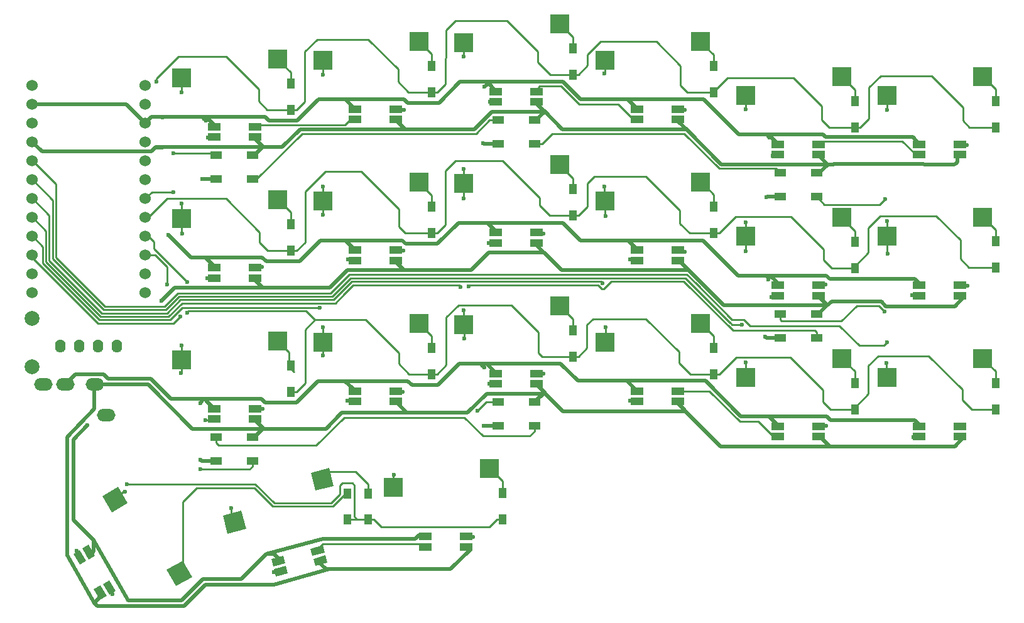
<source format=gbl>
G04 #@! TF.GenerationSoftware,KiCad,Pcbnew,(5.1.10)-1*
G04 #@! TF.CreationDate,2021-11-26T09:38:35+07:00*
G04 #@! TF.ProjectId,corne-cherry,636f726e-652d-4636-9865-7272792e6b69,3.0.1*
G04 #@! TF.SameCoordinates,Original*
G04 #@! TF.FileFunction,Copper,L2,Bot*
G04 #@! TF.FilePolarity,Positive*
%FSLAX46Y46*%
G04 Gerber Fmt 4.6, Leading zero omitted, Abs format (unit mm)*
G04 Created by KiCad (PCBNEW (5.1.10)-1) date 2021-11-26 09:38:35*
%MOMM*%
%LPD*%
G01*
G04 APERTURE LIST*
G04 #@! TA.AperFunction,SMDPad,CuDef*
%ADD10R,1.000000X1.400000*%
G04 #@! TD*
G04 #@! TA.AperFunction,SMDPad,CuDef*
%ADD11R,2.550000X2.500000*%
G04 #@! TD*
G04 #@! TA.AperFunction,SMDPad,CuDef*
%ADD12C,0.100000*%
G04 #@! TD*
G04 #@! TA.AperFunction,SMDPad,CuDef*
%ADD13R,1.500000X1.000000*%
G04 #@! TD*
G04 #@! TA.AperFunction,ComponentPad*
%ADD14O,1.397000X1.778000*%
G04 #@! TD*
G04 #@! TA.AperFunction,ComponentPad*
%ADD15C,2.000000*%
G04 #@! TD*
G04 #@! TA.AperFunction,ComponentPad*
%ADD16O,2.500000X1.700000*%
G04 #@! TD*
G04 #@! TA.AperFunction,ComponentPad*
%ADD17C,1.524000*%
G04 #@! TD*
G04 #@! TA.AperFunction,SMDPad,CuDef*
%ADD18R,1.700000X1.000000*%
G04 #@! TD*
G04 #@! TA.AperFunction,ViaPad*
%ADD19C,0.600000*%
G04 #@! TD*
G04 #@! TA.AperFunction,Conductor*
%ADD20C,0.250000*%
G04 #@! TD*
G04 #@! TA.AperFunction,Conductor*
%ADD21C,0.254000*%
G04 #@! TD*
G04 #@! TA.AperFunction,Conductor*
%ADD22C,0.500000*%
G04 #@! TD*
G04 #@! TA.AperFunction,Conductor*
%ADD23C,0.508000*%
G04 #@! TD*
G04 APERTURE END LIST*
D10*
X198666500Y-77892000D03*
X198666500Y-81442000D03*
X130266500Y-111767000D03*
X130266500Y-115317000D03*
X198666500Y-58892000D03*
X198666500Y-62442000D03*
X141666500Y-73142000D03*
X141666500Y-76692000D03*
X122659500Y-75522000D03*
X122659500Y-79072000D03*
X217666500Y-96892000D03*
X217666500Y-100442000D03*
X160666500Y-89767000D03*
X160666500Y-93317000D03*
X179666500Y-73142000D03*
X179666500Y-76692000D03*
X217666500Y-58892000D03*
X217666500Y-62442000D03*
X179666500Y-54142000D03*
X179666500Y-57692000D03*
X179666500Y-92142000D03*
X179666500Y-95692000D03*
X141666500Y-92142000D03*
X141666500Y-95692000D03*
X122659500Y-56522000D03*
X122659500Y-60072000D03*
X141666500Y-54142000D03*
X141666500Y-57692000D03*
X160666500Y-70767000D03*
X160666500Y-74317000D03*
X198666500Y-96892000D03*
X198666500Y-100442000D03*
X122659500Y-94522000D03*
X122659500Y-98072000D03*
X151166500Y-111752000D03*
X151166500Y-115302000D03*
X217666500Y-77742000D03*
X217666500Y-81292000D03*
X133116500Y-111767000D03*
X133116500Y-115317000D03*
D11*
X139908500Y-69837000D03*
X126981500Y-72377000D03*
X120901500Y-53217000D03*
X107974500Y-55757000D03*
X196908500Y-74587000D03*
X183981500Y-77127000D03*
X215908500Y-93587000D03*
X202981500Y-96127000D03*
X196908500Y-55587000D03*
X183981500Y-58127000D03*
X177908500Y-50837000D03*
X164981500Y-53377000D03*
X177908500Y-69837000D03*
X164981500Y-72377000D03*
X215908500Y-74587000D03*
X202981500Y-77127000D03*
X158908500Y-67462000D03*
X145981500Y-70002000D03*
X139908500Y-88837000D03*
X126981500Y-91377000D03*
X158908500Y-48462000D03*
X145981500Y-51002000D03*
X149408500Y-108462000D03*
X136481500Y-111002000D03*
G04 #@! TA.AperFunction,SMDPad,CuDef*
D12*
G36*
X127802670Y-108335674D02*
G01*
X128449717Y-110750489D01*
X125986606Y-111410478D01*
X125339559Y-108995663D01*
X127802670Y-108335674D01*
G37*
G04 #@! TD.AperFunction*
G04 #@! TA.AperFunction,SMDPad,CuDef*
G36*
X115973547Y-114134879D02*
G01*
X116620594Y-116549694D01*
X114157483Y-117209683D01*
X113510436Y-114794868D01*
X115973547Y-114134879D01*
G37*
G04 #@! TD.AperFunction*
D11*
X177908500Y-88837000D03*
X164981500Y-91377000D03*
X139908500Y-50837000D03*
X126981500Y-53377000D03*
D10*
X160666500Y-51767000D03*
X160666500Y-55317000D03*
D13*
X193509500Y-68572000D03*
X193509500Y-71772000D03*
X188609500Y-68572000D03*
X188609500Y-71772000D03*
D14*
X99249500Y-91912000D03*
X96709500Y-91912000D03*
X94169500Y-91912000D03*
X91629500Y-91912000D03*
G04 #@! TA.AperFunction,SMDPad,CuDef*
D12*
G36*
X109356941Y-123040502D02*
G01*
X107191877Y-124290502D01*
X105916877Y-122082138D01*
X108081941Y-120832138D01*
X109356941Y-123040502D01*
G37*
G04 #@! TD.AperFunction*
G04 #@! TA.AperFunction,SMDPad,CuDef*
G36*
X100693737Y-113115392D02*
G01*
X98528673Y-114365392D01*
X97253673Y-112157028D01*
X99418737Y-110907028D01*
X100693737Y-113115392D01*
G37*
G04 #@! TD.AperFunction*
D15*
X87756500Y-88164000D03*
X87756500Y-94664000D03*
D16*
X97789500Y-101262000D03*
X96289500Y-97062000D03*
X92289500Y-97062000D03*
X89289500Y-97062000D03*
D17*
X87830900Y-56804000D03*
X87830900Y-59344000D03*
X87830900Y-61884000D03*
X87830900Y-64424000D03*
X87830900Y-66964000D03*
X87830900Y-69504000D03*
X87830900Y-72044000D03*
X87830900Y-74584000D03*
X87830900Y-77124000D03*
X87830900Y-79664000D03*
X87830900Y-82204000D03*
X87830900Y-84744000D03*
X103050900Y-84744000D03*
X103050900Y-82204000D03*
X103050900Y-79664000D03*
X103050900Y-77124000D03*
X103050900Y-74584000D03*
X103050900Y-72044000D03*
X103050900Y-69504000D03*
X103050900Y-66964000D03*
X103050900Y-64424000D03*
X103050900Y-61884000D03*
X103050900Y-59344000D03*
X103050900Y-56804000D03*
D11*
X215908500Y-55587000D03*
X202981500Y-58127000D03*
D13*
X193509500Y-87572000D03*
X193509500Y-90772000D03*
X188609500Y-87572000D03*
X188609500Y-90772000D03*
X117509500Y-66197000D03*
X117509500Y-69397000D03*
X112609500Y-66197000D03*
X112609500Y-69397000D03*
X117509500Y-104197000D03*
X117509500Y-107397000D03*
X112609500Y-104197000D03*
X112609500Y-107397000D03*
X155509500Y-61447000D03*
X155509500Y-64647000D03*
X150609500Y-61447000D03*
X150609500Y-64647000D03*
X155509500Y-99447000D03*
X155509500Y-102647000D03*
X150609500Y-99447000D03*
X150609500Y-102647000D03*
D18*
X136809500Y-78972000D03*
X136809500Y-80372000D03*
X131309500Y-78972000D03*
X131309500Y-80372000D03*
X155809500Y-76597000D03*
X155809500Y-77997000D03*
X150309500Y-76597000D03*
X150309500Y-77997000D03*
X117809500Y-81347000D03*
X117809500Y-82747000D03*
X112309500Y-81347000D03*
X112309500Y-82747000D03*
X212809500Y-102722000D03*
X212809500Y-104122000D03*
X207309500Y-102722000D03*
X207309500Y-104122000D03*
X174809500Y-97972000D03*
X174809500Y-99372000D03*
X169309500Y-97972000D03*
X169309500Y-99372000D03*
X155809500Y-95597000D03*
X155809500Y-96997000D03*
X150309500Y-95597000D03*
X150309500Y-96997000D03*
X193809500Y-102722000D03*
X193809500Y-104122000D03*
X188309500Y-102722000D03*
X188309500Y-104122000D03*
X136809500Y-97972000D03*
X136809500Y-99372000D03*
X131309500Y-97972000D03*
X131309500Y-99372000D03*
X117809500Y-100347000D03*
X117809500Y-101747000D03*
X112309500Y-100347000D03*
X112309500Y-101747000D03*
X146309500Y-117597000D03*
X146309500Y-118997000D03*
X140809500Y-117597000D03*
X140809500Y-118997000D03*
G04 #@! TA.AperFunction,SMDPad,CuDef*
D12*
G36*
X125579386Y-120195207D02*
G01*
X125320567Y-119229281D01*
X126962640Y-118789289D01*
X127221459Y-119755215D01*
X125579386Y-120195207D01*
G37*
G04 #@! TD.AperFunction*
G04 #@! TA.AperFunction,SMDPad,CuDef*
G36*
X125941732Y-121547503D02*
G01*
X125682913Y-120581577D01*
X127324986Y-120141585D01*
X127583805Y-121107511D01*
X125941732Y-121547503D01*
G37*
G04 #@! TD.AperFunction*
G04 #@! TA.AperFunction,SMDPad,CuDef*
G36*
X120266794Y-121618711D02*
G01*
X120007975Y-120652785D01*
X121650048Y-120212793D01*
X121908867Y-121178719D01*
X120266794Y-121618711D01*
G37*
G04 #@! TD.AperFunction*
G04 #@! TA.AperFunction,SMDPad,CuDef*
G36*
X120629140Y-122971007D02*
G01*
X120370321Y-122005081D01*
X122012394Y-121565089D01*
X122271213Y-122531015D01*
X120629140Y-122971007D01*
G37*
G04 #@! TD.AperFunction*
D18*
X155809500Y-57597000D03*
X155809500Y-58997000D03*
X150309500Y-57597000D03*
X150309500Y-58997000D03*
X174809500Y-59972000D03*
X174809500Y-61372000D03*
X169309500Y-59972000D03*
X169309500Y-61372000D03*
X136809500Y-59972000D03*
X136809500Y-61372000D03*
X131309500Y-59972000D03*
X131309500Y-61372000D03*
X117809500Y-62347000D03*
X117809500Y-63747000D03*
X112309500Y-62347000D03*
X112309500Y-63747000D03*
X212809500Y-83722000D03*
X212809500Y-85122000D03*
X207309500Y-83722000D03*
X207309500Y-85122000D03*
X193809500Y-83722000D03*
X193809500Y-85122000D03*
X188309500Y-83722000D03*
X188309500Y-85122000D03*
X212809500Y-64722000D03*
X212809500Y-66122000D03*
X207309500Y-64722000D03*
X207309500Y-66122000D03*
X174809500Y-78972000D03*
X174809500Y-80372000D03*
X169309500Y-78972000D03*
X169309500Y-80372000D03*
D11*
X120908500Y-72212000D03*
X107981500Y-74752000D03*
X120908500Y-91212000D03*
X107981500Y-93752000D03*
X196908500Y-93587000D03*
X183981500Y-96127000D03*
X158908500Y-86462000D03*
X145981500Y-89002000D03*
G04 #@! TA.AperFunction,SMDPad,CuDef*
D12*
G36*
X97326084Y-123962448D02*
G01*
X98192110Y-123462448D01*
X99042110Y-124934692D01*
X98176084Y-125434692D01*
X97326084Y-123962448D01*
G37*
G04 #@! TD.AperFunction*
G04 #@! TA.AperFunction,SMDPad,CuDef*
G36*
X96113648Y-124662448D02*
G01*
X96979674Y-124162448D01*
X97829674Y-125634692D01*
X96963648Y-126134692D01*
X96113648Y-124662448D01*
G37*
G04 #@! TD.AperFunction*
G04 #@! TA.AperFunction,SMDPad,CuDef*
G36*
X94576084Y-119199308D02*
G01*
X95442110Y-118699308D01*
X96292110Y-120171552D01*
X95426084Y-120671552D01*
X94576084Y-119199308D01*
G37*
G04 #@! TD.AperFunction*
G04 #@! TA.AperFunction,SMDPad,CuDef*
G36*
X93363648Y-119899308D02*
G01*
X94229674Y-119399308D01*
X95079674Y-120871552D01*
X94213648Y-121371552D01*
X93363648Y-119899308D01*
G37*
G04 #@! TD.AperFunction*
D18*
X193809500Y-64722000D03*
X193809500Y-66122000D03*
X188309500Y-64722000D03*
X188309500Y-66122000D03*
D19*
X106809500Y-71157000D03*
X104515762Y-56281024D03*
X108684500Y-87392000D03*
X108684500Y-83307010D03*
X100562558Y-110520058D03*
X105989500Y-83607000D03*
X106809500Y-65907000D03*
X202999500Y-91442000D03*
X203059500Y-60097000D03*
X203044510Y-75097000D03*
X203069500Y-79447000D03*
X202959500Y-94197000D03*
X183449500Y-88992010D03*
X183959500Y-75197000D03*
X183959500Y-79097000D03*
X183959500Y-94097000D03*
X183959500Y-59997000D03*
X165059500Y-89397000D03*
X164959500Y-70397000D03*
X165059500Y-74397000D03*
X164959500Y-55197000D03*
X164686449Y-83405051D03*
X145959500Y-52897000D03*
X146009500Y-90877000D03*
X145959500Y-71997000D03*
X136539500Y-109227000D03*
X145959500Y-67997000D03*
X145559500Y-83912000D03*
X145959500Y-87097000D03*
X126959500Y-74197000D03*
X126959500Y-89397000D03*
X126959500Y-55297000D03*
X114639500Y-113787000D03*
X126959500Y-70397000D03*
X126969500Y-93217000D03*
X126589500Y-86767000D03*
X108059500Y-76797000D03*
X107749500Y-87907000D03*
X107959500Y-72697000D03*
X100339500Y-111567000D03*
X107959500Y-57697000D03*
X107869500Y-95567000D03*
X107959500Y-91797000D03*
X105239500Y-85787000D03*
X105309490Y-65197000D03*
X105386500Y-61097000D03*
X148669502Y-102667000D03*
X111229500Y-61537000D03*
X186766993Y-71848653D03*
X148749500Y-56947000D03*
X187209500Y-63837000D03*
X148709500Y-94807000D03*
X106159500Y-76937000D03*
X186624490Y-90626017D03*
X187029500Y-82897000D03*
X148604490Y-64600861D03*
X110705436Y-69361389D03*
X110489500Y-107277000D03*
X110439500Y-99577000D03*
X95259500Y-102597000D03*
X202713664Y-87274960D03*
X202734500Y-72107000D03*
X206429500Y-85067000D03*
X213769500Y-64857000D03*
X187619500Y-66247002D03*
X194759500Y-83637000D03*
X149499500Y-58997000D03*
X156684169Y-76782331D03*
X130359500Y-80257000D03*
X137889500Y-60077000D03*
X111489510Y-63797000D03*
X118789500Y-81277000D03*
X146599500Y-83872002D03*
X147779500Y-100657000D03*
X110494490Y-108547000D03*
X93789500Y-119527000D03*
X206569500Y-104147000D03*
X213819500Y-83787000D03*
X187459500Y-85317000D03*
X194779500Y-102647000D03*
X168359500Y-99247000D03*
X175729500Y-79187000D03*
X149349500Y-78047000D03*
X156719169Y-95617331D03*
X130309500Y-99257000D03*
X137849500Y-79037000D03*
X111389500Y-82757000D03*
X118819500Y-100417000D03*
X147219500Y-117627000D03*
X149459500Y-97027000D03*
X137779500Y-98127000D03*
X120399500Y-122377000D03*
X98659500Y-125347000D03*
X111159500Y-101927000D03*
X168429500Y-80247000D03*
X175789500Y-60037000D03*
D20*
X215941500Y-55587000D02*
X217666500Y-57312000D01*
X215908500Y-55587000D02*
X215941500Y-55587000D01*
X217666500Y-57312000D02*
X217666500Y-58892000D01*
X179564500Y-57692000D02*
X181539500Y-55717000D01*
X118349500Y-58927000D02*
X119494500Y-60072000D01*
X193399500Y-58747000D02*
X194209500Y-59557000D01*
X113939500Y-52857000D02*
X118349500Y-57267000D01*
X194209500Y-61437000D02*
X195214500Y-62442000D01*
X104515762Y-55856760D02*
X107515522Y-52857000D01*
X195214500Y-62442000D02*
X197916500Y-62442000D01*
X194209500Y-59557000D02*
X194209500Y-61437000D01*
X103937900Y-71157000D02*
X106809500Y-71157000D01*
X103050900Y-72044000D02*
X103937900Y-71157000D01*
X161416500Y-55317000D02*
X162649500Y-54084000D01*
X107515522Y-52857000D02*
X113939500Y-52857000D01*
X119494500Y-60072000D02*
X122659500Y-60072000D01*
X118349500Y-57267000D02*
X118349500Y-58927000D01*
X104515762Y-56281024D02*
X104515762Y-55856760D01*
X197916500Y-62442000D02*
X198666500Y-62442000D01*
X175199500Y-54131002D02*
X175199500Y-56807000D01*
X214134500Y-62442000D02*
X217666500Y-62442000D01*
X175199500Y-56807000D02*
X176084500Y-57692000D01*
X190369500Y-55717000D02*
X193399500Y-58747000D01*
X137149500Y-54607000D02*
X137149500Y-56307000D01*
X209009500Y-55467000D02*
X213249500Y-59707000D01*
X143549500Y-49327000D02*
X144849500Y-48027000D01*
X151799500Y-48027000D02*
X155939500Y-52167000D01*
X143519500Y-53097000D02*
X143549500Y-53067000D01*
X142416500Y-57692000D02*
X143519500Y-56589000D01*
X200569500Y-61289000D02*
X200569500Y-57047000D01*
X199416500Y-62442000D02*
X200569500Y-61289000D01*
X200569500Y-57047000D02*
X202149500Y-55467000D01*
X198666500Y-62442000D02*
X199416500Y-62442000D01*
X122659500Y-60072000D02*
X123409500Y-60072000D01*
X164411498Y-50837000D02*
X171905498Y-50837000D01*
X162649500Y-54084000D02*
X162649500Y-52598998D01*
X160666500Y-55317000D02*
X161416500Y-55317000D01*
X162649500Y-52598998D02*
X164411498Y-50837000D01*
X193399500Y-58747000D02*
X193399500Y-58807000D01*
X159916500Y-55317000D02*
X160666500Y-55317000D01*
X133099500Y-50557000D02*
X137149500Y-54607000D01*
X176084500Y-57692000D02*
X179564500Y-57692000D01*
X124539500Y-58942000D02*
X124539500Y-52237000D01*
X171905498Y-50837000D02*
X175199500Y-54131002D01*
X157649500Y-55317000D02*
X159916500Y-55317000D01*
X144849500Y-48027000D02*
X151799500Y-48027000D01*
X137149500Y-56307000D02*
X138534500Y-57692000D01*
X138534500Y-57692000D02*
X141666500Y-57692000D01*
X126219500Y-50557000D02*
X133099500Y-50557000D01*
X124539500Y-52237000D02*
X126219500Y-50557000D01*
X123409500Y-60072000D02*
X124539500Y-58942000D01*
X213249500Y-61557000D02*
X214134500Y-62442000D01*
X202149500Y-55467000D02*
X209009500Y-55467000D01*
X143519500Y-56589000D02*
X143519500Y-53097000D01*
X181539500Y-55717000D02*
X190369500Y-55717000D01*
X141666500Y-57692000D02*
X142416500Y-57692000D01*
X155939500Y-53607000D02*
X157649500Y-55317000D01*
X155939500Y-52167000D02*
X155939500Y-53607000D01*
X213249500Y-59707000D02*
X213249500Y-61557000D01*
X143549500Y-53067000D02*
X143549500Y-49327000D01*
X196908500Y-55624000D02*
X198666500Y-57382000D01*
X196908500Y-55587000D02*
X196908500Y-55624000D01*
X198666500Y-57382000D02*
X198666500Y-58892000D01*
X177908500Y-50837000D02*
X177908500Y-50904000D01*
X179666500Y-52662000D02*
X179666500Y-54142000D01*
X177908500Y-50904000D02*
X179666500Y-52662000D01*
X158908500Y-48462000D02*
X158908500Y-48464000D01*
X160666500Y-50222000D02*
X160666500Y-51767000D01*
X158908500Y-48464000D02*
X160666500Y-50222000D01*
X141666500Y-52582000D02*
X141666500Y-54142000D01*
X139908500Y-50837000D02*
X139921500Y-50837000D01*
X139921500Y-50837000D02*
X141666500Y-52582000D01*
X122659500Y-55035000D02*
X122659500Y-56522000D01*
X120908500Y-53284000D02*
X122659500Y-55035000D01*
X120908500Y-53212000D02*
X120908500Y-53284000D01*
X137209500Y-75807000D02*
X138094500Y-76692000D01*
X179666500Y-76692000D02*
X180416500Y-76692000D01*
X118409500Y-77947000D02*
X119534500Y-79072000D01*
X119534500Y-79072000D02*
X122659500Y-79072000D01*
X105979500Y-72047000D02*
X113909500Y-72047000D01*
X190059500Y-74497000D02*
X194439500Y-78877000D01*
X118409500Y-76547000D02*
X118409500Y-77947000D01*
X137209500Y-73447000D02*
X137209500Y-75807000D01*
X103050900Y-74584000D02*
X103442500Y-74584000D01*
X123409500Y-79072000D02*
X124579500Y-77902000D01*
X103442500Y-74584000D02*
X105979500Y-72047000D01*
X122659500Y-79072000D02*
X123409500Y-79072000D01*
X194439500Y-80307000D02*
X195574500Y-81442000D01*
X127304500Y-68387000D02*
X132149500Y-68387000D01*
X124579500Y-71112000D02*
X127304500Y-68387000D01*
X124579500Y-77902000D02*
X124579500Y-71112000D01*
X113909500Y-72047000D02*
X118409500Y-76547000D01*
X132149500Y-68387000D02*
X137209500Y-73447000D01*
X138094500Y-76692000D02*
X141666500Y-76692000D01*
X180416500Y-76692000D02*
X182611500Y-74497000D01*
X151219500Y-66957000D02*
X156209500Y-71947000D01*
X144819500Y-66957000D02*
X151219500Y-66957000D01*
X143499500Y-75609000D02*
X143499500Y-68277000D01*
X142416500Y-76692000D02*
X143499500Y-75609000D01*
X141666500Y-76692000D02*
X142416500Y-76692000D01*
X212909500Y-77591002D02*
X212909500Y-80157000D01*
X214044500Y-81292000D02*
X217666500Y-81292000D01*
X209665498Y-74347000D02*
X212909500Y-77591002D01*
X143499500Y-68277000D02*
X144819500Y-66957000D01*
X170519500Y-69057000D02*
X175099500Y-73637000D01*
X200479500Y-75987000D02*
X202119500Y-74347000D01*
X176394500Y-76692000D02*
X179666500Y-76692000D01*
X182611500Y-74497000D02*
X190059500Y-74497000D01*
X194439500Y-78877000D02*
X194439500Y-80307000D01*
X195574500Y-81442000D02*
X198666500Y-81442000D01*
X175099500Y-75397000D02*
X176394500Y-76692000D01*
X162619500Y-69987000D02*
X163549500Y-69057000D01*
X161416500Y-74317000D02*
X162619500Y-73114000D01*
X202119500Y-74347000D02*
X209665498Y-74347000D01*
X156209500Y-71947000D02*
X156209500Y-72957000D01*
X212909500Y-80157000D02*
X214044500Y-81292000D01*
X156209500Y-72957000D02*
X157569500Y-74317000D01*
X200479500Y-79327000D02*
X200479500Y-75987000D01*
X163549500Y-69057000D02*
X170519500Y-69057000D01*
X198666500Y-81140000D02*
X200479500Y-79327000D01*
X198666500Y-81442000D02*
X198666500Y-81140000D01*
X175099500Y-73637000D02*
X175099500Y-75397000D01*
X162619500Y-73114000D02*
X162619500Y-69987000D01*
X160666500Y-74317000D02*
X161416500Y-74317000D01*
X157569500Y-74317000D02*
X160666500Y-74317000D01*
X217666500Y-76282000D02*
X217666500Y-76492000D01*
X217666500Y-76492000D02*
X217666500Y-77742000D01*
X215971500Y-74587000D02*
X217666500Y-76282000D01*
X215908500Y-74587000D02*
X215971500Y-74587000D01*
X196908500Y-74664000D02*
X198666500Y-76422000D01*
X196908500Y-74587000D02*
X196908500Y-74664000D01*
X198666500Y-76422000D02*
X198666500Y-77892000D01*
X178001500Y-69837000D02*
X179666500Y-71502000D01*
X179666500Y-71502000D02*
X179666500Y-73142000D01*
X177908500Y-69837000D02*
X178001500Y-69837000D01*
X160666500Y-69292000D02*
X160666500Y-70767000D01*
X158908500Y-67462000D02*
X158908500Y-67534000D01*
X158908500Y-67534000D02*
X160666500Y-69292000D01*
X141666500Y-71622000D02*
X141666500Y-73142000D01*
X139908500Y-69837000D02*
X139908500Y-69864000D01*
X139908500Y-69864000D02*
X141666500Y-71622000D01*
X120976500Y-72212000D02*
X122659500Y-73895000D01*
X122659500Y-73895000D02*
X122659500Y-75522000D01*
X120908500Y-72212000D02*
X120976500Y-72212000D01*
X174979500Y-92707000D02*
X174979500Y-94167000D01*
X180416500Y-95692000D02*
X182659500Y-93449000D01*
X194409500Y-99467000D02*
X195384500Y-100442000D01*
X108879500Y-87197000D02*
X124699500Y-87197000D01*
X124699500Y-87197000D02*
X125889500Y-88387000D01*
X190001500Y-93449000D02*
X194409500Y-97857000D01*
X195384500Y-100442000D02*
X197916500Y-100442000D01*
X179666500Y-95692000D02*
X180416500Y-95692000D01*
X145269500Y-86397000D02*
X152419500Y-86397000D01*
X176504500Y-95692000D02*
X179666500Y-95692000D01*
X103050900Y-77124000D02*
X103446500Y-77124000D01*
X163359500Y-88277000D02*
X170549500Y-88277000D01*
X194409500Y-97857000D02*
X194409500Y-99467000D01*
X104199500Y-78822010D02*
X108684500Y-83307010D01*
X162589500Y-89047000D02*
X163359500Y-88277000D01*
X142416500Y-95692000D02*
X143619500Y-94489000D01*
X174979500Y-94167000D02*
X176504500Y-95692000D01*
X161416500Y-93317000D02*
X162589500Y-92144000D01*
X104199500Y-77877000D02*
X104199500Y-78822010D01*
X182659500Y-93449000D02*
X190001500Y-93449000D01*
X143619500Y-94489000D02*
X143619500Y-88047000D01*
X197916500Y-100442000D02*
X198666500Y-100442000D01*
X161139500Y-93317000D02*
X160666500Y-93317000D01*
X141666500Y-95692000D02*
X142416500Y-95692000D01*
X170549500Y-88277000D02*
X174979500Y-92707000D01*
X162589500Y-92144000D02*
X162589500Y-89047000D01*
X160666500Y-93317000D02*
X161416500Y-93317000D01*
X108684500Y-87392000D02*
X108879500Y-87197000D01*
X103446500Y-77124000D02*
X104199500Y-77877000D01*
X208609500Y-93237000D02*
X201809500Y-93237000D01*
X200479500Y-98367000D02*
X198666500Y-100180000D01*
X216916500Y-100442000D02*
X216861500Y-100497000D01*
X216861500Y-100497000D02*
X214479500Y-100497000D01*
X213149500Y-99167000D02*
X213149500Y-97777000D01*
X200479500Y-94567000D02*
X200479500Y-98367000D01*
X125889500Y-88387000D02*
X132759500Y-88387000D01*
X143619500Y-88047000D02*
X145269500Y-86397000D01*
X152419500Y-86397000D02*
X156029500Y-90007000D01*
X124599500Y-89677000D02*
X125889500Y-88387000D01*
X156029500Y-90007000D02*
X156029500Y-92807000D01*
X156029500Y-92807000D02*
X156539500Y-93317000D01*
X137209500Y-92837000D02*
X137209500Y-94287000D01*
X132759500Y-88387000D02*
X137209500Y-92837000D01*
X198666500Y-100180000D02*
X198666500Y-100442000D01*
X214479500Y-100497000D02*
X213149500Y-99167000D01*
X213149500Y-97777000D02*
X208609500Y-93237000D01*
X156539500Y-93317000D02*
X161139500Y-93317000D01*
X201809500Y-93237000D02*
X200479500Y-94567000D01*
X137209500Y-94287000D02*
X138614500Y-95692000D01*
X138614500Y-95692000D02*
X141666500Y-95692000D01*
X124599500Y-96882000D02*
X124599500Y-89677000D01*
X122659500Y-98072000D02*
X123409500Y-98072000D01*
X123409500Y-98072000D02*
X124599500Y-96882000D01*
X217666500Y-100442000D02*
X216916500Y-100442000D01*
X217666500Y-95322000D02*
X217666500Y-96892000D01*
X215908500Y-93587000D02*
X215931500Y-93587000D01*
X215931500Y-93587000D02*
X217666500Y-95322000D01*
X196921500Y-93587000D02*
X198666500Y-95332000D01*
X198666500Y-95332000D02*
X198666500Y-96892000D01*
X196908500Y-93587000D02*
X196921500Y-93587000D01*
X179666500Y-90582000D02*
X179666500Y-92142000D01*
X177921500Y-88837000D02*
X179666500Y-90582000D01*
X177908500Y-88837000D02*
X177921500Y-88837000D01*
X158908500Y-86484000D02*
X160666500Y-88242000D01*
X158908500Y-86462000D02*
X158908500Y-86484000D01*
X160666500Y-88242000D02*
X160666500Y-89767000D01*
X141666500Y-90562000D02*
X141666500Y-92142000D01*
X139941500Y-88837000D02*
X141666500Y-90562000D01*
X139908500Y-88837000D02*
X139941500Y-88837000D01*
X120908500Y-91212000D02*
X120908500Y-91254000D01*
X120908500Y-91254000D02*
X122416728Y-92762228D01*
X122416728Y-92762228D02*
X122416728Y-94084990D01*
D21*
X123066500Y-95374000D02*
X122229500Y-94537000D01*
D20*
X122416728Y-94084990D02*
X122416729Y-94084991D01*
X149524500Y-108462000D02*
X151166500Y-110104000D01*
X149408500Y-108462000D02*
X149524500Y-108462000D01*
X151166500Y-110104000D02*
X151166500Y-111752000D01*
X129591498Y-110357000D02*
X130941502Y-110357000D01*
X129259500Y-111917000D02*
X129259500Y-110688998D01*
X128099500Y-113077000D02*
X129259500Y-111917000D01*
X129259500Y-110688998D02*
X129591498Y-110357000D01*
X104386500Y-79664000D02*
X105989500Y-81267000D01*
X131249500Y-110664998D02*
X131249500Y-114927000D01*
X131249500Y-114927000D02*
X131619500Y-115297000D01*
X120429500Y-113077000D02*
X128099500Y-113077000D01*
X130941502Y-110357000D02*
X131249500Y-110664998D01*
X117872558Y-110520058D02*
X120429500Y-113077000D01*
X100562558Y-110520058D02*
X117872558Y-110520058D01*
X103050900Y-79664000D02*
X104386500Y-79664000D01*
X105989500Y-81267000D02*
X105989500Y-83607000D01*
X132366500Y-115317000D02*
X131619500Y-115297000D01*
X131619500Y-115297000D02*
X130266500Y-115317000D01*
X133116500Y-115317000D02*
X132366500Y-115317000D01*
X149421500Y-116297000D02*
X134846500Y-116297000D01*
X133866500Y-115317000D02*
X133116500Y-115317000D01*
X134846500Y-116297000D02*
X133866500Y-115317000D01*
X151166500Y-115302000D02*
X150416500Y-115302000D01*
X150416500Y-115302000D02*
X149421500Y-116297000D01*
X131431543Y-108832043D02*
X133116500Y-110517000D01*
X127935671Y-108832043D02*
X131431543Y-108832043D01*
X126894638Y-109873076D02*
X127935671Y-108832043D01*
X133116500Y-110517000D02*
X133116500Y-111767000D01*
X128319489Y-113527011D02*
X120243100Y-113527011D01*
X108099500Y-112912000D02*
X108099500Y-122098729D01*
X130266500Y-111767000D02*
X130079500Y-111767000D01*
X117778089Y-111062000D02*
X109949500Y-111062000D01*
X120243100Y-113527011D02*
X117778089Y-111062000D01*
X130079500Y-111767000D02*
X128319489Y-113527011D01*
X108099500Y-122098729D02*
X107636909Y-122561320D01*
X109949500Y-111062000D02*
X108099500Y-112912000D01*
X106809500Y-65907000D02*
X112319500Y-65907000D01*
X112319500Y-65907000D02*
X112609500Y-66197000D01*
X182144509Y-88367009D02*
X183749501Y-88367009D01*
D21*
X87902500Y-66965000D02*
X91019501Y-70082001D01*
D20*
X202959500Y-94197000D02*
X202959500Y-96105000D01*
X202959500Y-96105000D02*
X202981500Y-96127000D01*
X202981500Y-79359000D02*
X203069500Y-79447000D01*
X202981500Y-77127000D02*
X202981500Y-79359000D01*
D21*
X107428088Y-84767966D02*
X128045158Y-84767966D01*
D20*
X202981500Y-60019000D02*
X203059500Y-60097000D01*
D21*
X91019501Y-70082001D02*
X91019501Y-79962001D01*
D20*
X183749501Y-88367009D02*
X184549492Y-89167000D01*
X202981500Y-58127000D02*
X202981500Y-60019000D01*
X177239500Y-83462000D02*
X182144509Y-88367009D01*
D21*
X105629110Y-86566944D02*
X107428088Y-84767966D01*
D20*
X202981500Y-77127000D02*
X202981500Y-75160010D01*
X202981500Y-75160010D02*
X203044510Y-75097000D01*
X199269500Y-91842000D02*
X202599500Y-91842000D01*
D21*
X97624444Y-86566944D02*
X105629110Y-86566944D01*
D20*
X196594500Y-89167000D02*
X199269500Y-91842000D01*
D21*
X91019501Y-79962001D02*
X97624444Y-86566944D01*
X87835900Y-66965000D02*
X87902500Y-66965000D01*
X176043479Y-82275979D02*
X177239500Y-83472000D01*
X130537145Y-82275979D02*
X176043479Y-82275979D01*
D20*
X184549492Y-89167000D02*
X196594500Y-89167000D01*
X202599500Y-91842000D02*
X202999500Y-91442000D01*
D21*
X128045158Y-84767966D02*
X130537145Y-82275979D01*
X130725203Y-82729989D02*
X175816729Y-82729989D01*
X175816729Y-82729989D02*
X176948865Y-83862125D01*
X177059500Y-83932000D02*
X181869500Y-88742000D01*
X87835900Y-69505000D02*
X90565491Y-72234591D01*
D20*
X183959500Y-96105000D02*
X183981500Y-96127000D01*
X182099510Y-88992010D02*
X183449500Y-88992010D01*
D21*
X97406387Y-87020955D02*
X105817167Y-87020955D01*
D20*
X181829500Y-88722000D02*
X182099510Y-88992010D01*
D21*
X128233216Y-85221976D02*
X130725203Y-82729989D01*
X107616145Y-85221977D02*
X128233216Y-85221976D01*
X90565491Y-80180059D02*
X97406387Y-87020955D01*
X176948865Y-83862125D02*
X177059500Y-83932000D01*
D20*
X183959500Y-94097000D02*
X183959500Y-96105000D01*
D21*
X90565491Y-72234591D02*
X90565491Y-80180059D01*
X105817167Y-87020955D02*
X107616145Y-85221977D01*
D20*
X183959500Y-75197000D02*
X183959500Y-77105000D01*
X183981500Y-58127000D02*
X183981500Y-59975000D01*
X183981500Y-59975000D02*
X183959500Y-59997000D01*
X183959500Y-77105000D02*
X183981500Y-77127000D01*
X183981500Y-77127000D02*
X183981500Y-79075000D01*
X183981500Y-79075000D02*
X183959500Y-79097000D01*
D21*
X130905260Y-83192000D02*
X164473398Y-83192000D01*
X97218330Y-87474966D02*
X106005225Y-87474965D01*
D20*
X164981500Y-53377000D02*
X164981500Y-55175000D01*
X164981500Y-55175000D02*
X164959500Y-55197000D01*
D21*
X164473398Y-83192000D02*
X164686449Y-83405051D01*
D20*
X164981500Y-74319000D02*
X165059500Y-74397000D01*
X164981500Y-72377000D02*
X164981500Y-74319000D01*
X164959500Y-70397000D02*
X164959500Y-72355000D01*
X165059500Y-89397000D02*
X165059500Y-91299000D01*
D21*
X90111480Y-74320580D02*
X90111480Y-80368116D01*
D20*
X164959500Y-72355000D02*
X164981500Y-72377000D01*
D21*
X87835900Y-72045000D02*
X90111480Y-74320580D01*
X128421272Y-85675988D02*
X130905260Y-83192000D01*
X106005225Y-87474965D02*
X107804202Y-85675988D01*
X107804202Y-85675988D02*
X128421272Y-85675988D01*
X90111480Y-80368116D02*
X97218330Y-87474966D01*
D20*
X165059500Y-91299000D02*
X164981500Y-91377000D01*
D21*
X128652705Y-86129999D02*
X129884683Y-84898021D01*
D20*
X145349500Y-83702000D02*
X145559500Y-83912000D01*
X131080704Y-83702000D02*
X145349500Y-83702000D01*
D21*
X106193281Y-87928977D02*
X107992259Y-86129999D01*
X87835900Y-74585000D02*
X89657469Y-76406569D01*
X107992259Y-86129999D02*
X128652705Y-86129999D01*
D20*
X129884683Y-84898021D02*
X131080704Y-83702000D01*
X145981500Y-52875000D02*
X145959500Y-52897000D01*
D21*
X89657469Y-80556173D02*
X97030273Y-87928977D01*
X89657469Y-76406569D02*
X89657469Y-80556173D01*
D20*
X145959500Y-87097000D02*
X145959500Y-88980000D01*
D21*
X97030273Y-87928977D02*
X106193281Y-87928977D01*
D20*
X146009500Y-90877000D02*
X146009500Y-89030000D01*
X146009500Y-89030000D02*
X145981500Y-89002000D01*
X136481500Y-111002000D02*
X136481500Y-109285000D01*
X136481500Y-109285000D02*
X136539500Y-109227000D01*
X145959500Y-88980000D02*
X145981500Y-89002000D01*
X145981500Y-70002000D02*
X145981500Y-71975000D01*
X145981500Y-71975000D02*
X145959500Y-71997000D01*
X145959500Y-67997000D02*
X145959500Y-69980000D01*
X145959500Y-69980000D02*
X145981500Y-70002000D01*
X145981500Y-51002000D02*
X145981500Y-52875000D01*
X126981500Y-55275000D02*
X126959500Y-55297000D01*
X106426749Y-88382989D02*
X106426749Y-88334749D01*
X126959500Y-72355000D02*
X126981500Y-72377000D01*
X126981500Y-93205000D02*
X126969500Y-93217000D01*
X126165236Y-86767000D02*
X126589500Y-86767000D01*
X114639500Y-115246266D02*
X115065515Y-115672281D01*
X126959500Y-91355000D02*
X126981500Y-91377000D01*
X126959500Y-70397000D02*
X126959500Y-72355000D01*
D21*
X96842217Y-88382989D02*
X106426749Y-88382989D01*
D20*
X126981500Y-72377000D02*
X126981500Y-74175000D01*
D21*
X87835900Y-77125000D02*
X89203460Y-78492560D01*
D20*
X126981500Y-91377000D02*
X126981500Y-93205000D01*
D21*
X89203460Y-80744232D02*
X96842217Y-88382989D01*
D20*
X108014509Y-86746989D02*
X126145225Y-86746989D01*
X126981500Y-74175000D02*
X126959500Y-74197000D01*
X126959500Y-89397000D02*
X126959500Y-91355000D01*
D21*
X89203460Y-78492560D02*
X89203460Y-80744232D01*
D20*
X126981500Y-53377000D02*
X126981500Y-55275000D01*
X114639500Y-113787000D02*
X114639500Y-115246266D01*
X126145225Y-86746989D02*
X126165236Y-86767000D01*
X106426749Y-88334749D02*
X108014509Y-86746989D01*
D21*
X96654160Y-88837000D02*
X106614804Y-88837000D01*
X87835900Y-80018740D02*
X96654160Y-88837000D01*
X87835900Y-79665000D02*
X87835900Y-80018740D01*
D20*
X106614804Y-88837000D02*
X106819500Y-88837000D01*
X100042915Y-111567000D02*
X98973705Y-112636210D01*
X106819500Y-88837000D02*
X107749500Y-87907000D01*
X107981500Y-55752000D02*
X107981500Y-57675000D01*
X107981500Y-93752000D02*
X107981500Y-95455000D01*
X107981500Y-76719000D02*
X108059500Y-76797000D01*
X107981500Y-57675000D02*
X107959500Y-57697000D01*
X100339500Y-111567000D02*
X100042915Y-111567000D01*
X107959500Y-93730000D02*
X107981500Y-93752000D01*
X107959500Y-72697000D02*
X107959500Y-74730000D01*
X107959500Y-91797000D02*
X107959500Y-93730000D01*
X107981500Y-74752000D02*
X107981500Y-76719000D01*
X107981500Y-95455000D02*
X107869500Y-95567000D01*
X107959500Y-74730000D02*
X107981500Y-74752000D01*
D22*
X212749500Y-104122000D02*
X212509500Y-104122000D01*
X130309490Y-81682010D02*
X127934490Y-84057010D01*
X212070753Y-105482010D02*
X212120753Y-105432010D01*
X195864520Y-67362000D02*
X207928237Y-67362000D01*
X208048247Y-67482010D02*
X212070753Y-67482010D01*
X174559500Y-80497000D02*
X175087688Y-80497000D01*
X212190763Y-67362000D02*
X212269500Y-67362000D01*
X121521312Y-65097000D02*
X123936303Y-62682009D01*
X129396312Y-101065188D02*
X129559500Y-100902000D01*
X195224490Y-105432010D02*
X195274490Y-105482010D01*
X212819500Y-85122000D02*
X212509500Y-85122000D01*
X213109500Y-104482000D02*
X212749500Y-104122000D01*
X118959500Y-65097000D02*
X121521312Y-65097000D01*
X194994510Y-86432010D02*
X195529530Y-85896990D01*
X155120753Y-98307010D02*
X156949490Y-98307010D01*
X120359500Y-124097000D02*
X111159500Y-124097000D01*
X108259500Y-126997000D02*
X96619250Y-126997000D01*
X180679490Y-67416989D02*
X188267678Y-67416990D01*
X212509500Y-67122000D02*
X212509500Y-66122000D01*
X136819500Y-99482000D02*
X136874480Y-99482000D01*
X144174500Y-121997000D02*
X127859500Y-121997000D01*
X212269500Y-67362000D02*
X212509500Y-67122000D01*
X136874480Y-99482000D02*
X138264480Y-100872000D01*
X188267678Y-67416990D02*
X188282698Y-67432010D01*
X212120753Y-105432010D02*
X212159490Y-105432010D01*
X212169500Y-86542000D02*
X213204500Y-85507000D01*
X138499500Y-100902000D02*
X138529500Y-100872000D01*
X127934490Y-84057010D02*
X119499490Y-84057010D01*
X136509500Y-99372000D02*
X136709500Y-99372000D01*
X136709500Y-99372000D02*
X136819500Y-99482000D01*
X129559500Y-100902000D02*
X138499500Y-100902000D01*
X111159500Y-124097000D02*
X108259500Y-126997000D01*
X181022698Y-86432010D02*
X194994510Y-86432010D01*
X188282698Y-67432010D02*
X195794510Y-67432010D01*
X138074490Y-81682010D02*
X130309490Y-81682010D01*
X202872678Y-86542000D02*
X212169500Y-86542000D01*
X150998247Y-98307010D02*
X151048247Y-98357010D01*
X149059486Y-98307010D02*
X150998247Y-98307010D01*
X212159490Y-105432010D02*
X213109500Y-104482000D01*
X212070753Y-67482010D02*
X212190763Y-67362000D01*
X151048247Y-98357010D02*
X155070753Y-98357010D01*
X146854500Y-119317000D02*
X144174500Y-121997000D01*
X207928237Y-67362000D02*
X208048247Y-67482010D01*
X202227668Y-85896990D02*
X202872678Y-86542000D01*
X146494496Y-100872000D02*
X149059486Y-98307010D01*
X127421302Y-103057010D02*
X129396312Y-101082000D01*
X138264480Y-100872000D02*
X146494496Y-100872000D01*
X176059500Y-62797000D02*
X180679490Y-67416989D01*
X195529530Y-85896990D02*
X202227668Y-85896990D01*
X123936303Y-62682009D02*
X138044510Y-62682010D01*
X118149490Y-103057010D02*
X127421302Y-103057010D01*
X129396312Y-101082000D02*
X129396312Y-101065188D01*
X138529500Y-100872000D02*
X138264480Y-100872000D01*
X146009500Y-118997000D02*
X146534500Y-118997000D01*
X195274490Y-105482010D02*
X212070753Y-105482010D01*
X96619250Y-126997000D02*
X96139375Y-126517125D01*
X175087688Y-80497000D02*
X181022698Y-86432010D01*
X213204500Y-85507000D02*
X212819500Y-85122000D01*
X127859500Y-121997000D02*
X120359500Y-124097000D01*
X195794510Y-67432010D02*
X195864520Y-67362000D01*
X155070753Y-98357010D02*
X155120753Y-98307010D01*
X146534500Y-118997000D02*
X146854500Y-119317000D01*
X146960632Y-81695868D02*
X149359500Y-79297000D01*
X103424500Y-97062000D02*
X109419510Y-103057010D01*
X149359500Y-79297000D02*
X151138237Y-79297000D01*
X156549490Y-60307010D02*
X156659500Y-60197000D01*
X118959500Y-102997000D02*
X118899490Y-103057010D01*
X159159500Y-81697000D02*
X176259500Y-81697000D01*
X96139375Y-126517125D02*
X92559500Y-120097000D01*
X104459500Y-65097000D02*
X104559500Y-65197000D01*
X105539499Y-85487001D02*
X105239500Y-85787000D01*
X119499490Y-84057010D02*
X106969490Y-84057010D01*
X105539499Y-85487001D02*
X106969490Y-84057010D01*
X96154500Y-97197000D02*
X96289500Y-97062000D01*
X96289500Y-97062000D02*
X103424500Y-97062000D01*
X109419510Y-103057010D02*
X118149490Y-103057010D01*
X118959500Y-102997000D02*
X117759500Y-104197000D01*
X104559500Y-65197000D02*
X104885226Y-65197000D01*
X104885226Y-65197000D02*
X105309490Y-65197000D01*
X104459500Y-65097000D02*
X116930763Y-65097000D01*
X174559500Y-61597000D02*
X174859500Y-61597000D01*
X156769510Y-79307010D02*
X159159500Y-81697000D01*
X151148247Y-79307010D02*
X156569510Y-79307010D01*
X117759500Y-104197000D02*
X117509500Y-104197000D01*
X155509500Y-78047000D02*
X155509500Y-77997000D01*
X117509500Y-101747000D02*
X117709500Y-101747000D01*
X87830900Y-64424000D02*
X89103900Y-65697000D01*
X89103900Y-65697000D02*
X103859500Y-65697000D01*
X156659500Y-79197000D02*
X155509500Y-78047000D01*
X147374490Y-62682010D02*
X149749490Y-60307010D01*
X149749490Y-60307010D02*
X156549490Y-60307010D01*
X156659500Y-60197000D02*
X156759500Y-60197000D01*
X127859500Y-121997000D02*
X127418393Y-121997000D01*
X174859500Y-61597000D02*
X176059500Y-62797000D01*
X92559500Y-120097000D02*
X92559500Y-104197000D01*
X96154500Y-100402000D02*
X96154500Y-97197000D01*
X138044510Y-62682010D02*
X147374490Y-62682010D01*
X156759500Y-60197000D02*
X159244510Y-62682010D01*
X159244510Y-62682010D02*
X175944510Y-62682010D01*
X175944510Y-62682010D02*
X176059500Y-62797000D01*
X151138237Y-79297000D02*
X151148247Y-79307010D01*
X156569510Y-79307010D02*
X156659500Y-79217020D01*
X96821661Y-125834839D02*
X96821661Y-124897000D01*
X127418393Y-121997000D02*
X126343582Y-120922189D01*
X96139375Y-126517125D02*
X96821661Y-125834839D01*
X96821661Y-124897000D02*
X96821661Y-124888762D01*
X156259500Y-79307010D02*
X156769510Y-79307010D01*
X156659500Y-79217020D02*
X156659500Y-79197000D01*
X92559500Y-104197000D02*
X96154500Y-100402000D01*
X103859500Y-65697000D02*
X104459500Y-65097000D01*
X138560632Y-81695868D02*
X146960632Y-81695868D01*
X117609500Y-82747000D02*
X117509500Y-82747000D01*
X175744510Y-100682010D02*
X175844510Y-100682010D01*
X175844510Y-100682010D02*
X180594510Y-105432010D01*
X175744510Y-100682010D02*
X175744510Y-100582010D01*
X174534500Y-99372000D02*
X174509500Y-99372000D01*
X156949490Y-98307010D02*
X159324490Y-100682010D01*
X193984500Y-104122000D02*
X193509500Y-104122000D01*
X174734500Y-80372000D02*
X174509500Y-80372000D01*
X193684500Y-85122000D02*
X193509500Y-85122000D01*
X156849490Y-60307010D02*
X155709500Y-61447000D01*
X119499490Y-84057010D02*
X119499490Y-84036990D01*
X194994510Y-86432010D02*
X193684500Y-85122000D01*
X193784500Y-87572000D02*
X193509500Y-87572000D01*
X159324490Y-100682010D02*
X175744510Y-100682010D01*
X115559500Y-65097000D02*
X116859500Y-65097000D01*
X118899490Y-84036990D02*
X117609500Y-82747000D01*
X193684500Y-66122000D02*
X193509500Y-66122000D01*
X195224490Y-105432010D02*
X195224490Y-105361990D01*
X118899490Y-103057010D02*
X118149490Y-103057010D01*
X195424490Y-67432010D02*
X194994510Y-67432010D01*
X156159500Y-98797000D02*
X155509500Y-99447000D01*
X193884500Y-68572000D02*
X193509500Y-68572000D01*
X175744510Y-100582010D02*
X174534500Y-99372000D01*
X156869510Y-60307010D02*
X155559500Y-58997000D01*
X195024490Y-67432010D02*
X193884500Y-68572000D01*
X180594510Y-105432010D02*
X195224490Y-105432010D01*
X195424490Y-67432010D02*
X195024490Y-67432010D01*
X117759500Y-66197000D02*
X117509500Y-66197000D01*
X155709500Y-61447000D02*
X155509500Y-61447000D01*
X138074490Y-81682010D02*
X137944510Y-81682010D01*
X136734500Y-61372000D02*
X136509500Y-61372000D01*
X138044510Y-62682010D02*
X136734500Y-61372000D01*
X118959500Y-65097000D02*
X118859500Y-65097000D01*
X138074490Y-81682010D02*
X138544510Y-81682010D01*
X194994510Y-86432010D02*
X194924490Y-86432010D01*
X138544510Y-81682010D02*
X138559500Y-81697000D01*
X117609500Y-63747000D02*
X117509500Y-63747000D01*
X117709500Y-101747000D02*
X118959500Y-102997000D01*
X156949490Y-98286990D02*
X156769510Y-98286990D01*
X156769510Y-98286990D02*
X156259500Y-98797000D01*
X195224490Y-105361990D02*
X193984500Y-104122000D01*
X194994510Y-67432010D02*
X193684500Y-66122000D01*
X155559500Y-58997000D02*
X155509500Y-58997000D01*
X119499490Y-84036990D02*
X118899490Y-84036990D01*
X194924490Y-86432010D02*
X193784500Y-87572000D01*
X195794510Y-67432010D02*
X195424490Y-67432010D01*
X136634500Y-80372000D02*
X136509500Y-80372000D01*
X117509500Y-82747000D02*
X117709500Y-82747000D01*
X118959500Y-65097000D02*
X117609500Y-63747000D01*
X156259500Y-98797000D02*
X156159500Y-98797000D01*
X137944510Y-81682010D02*
X136634500Y-80372000D01*
X116859500Y-65097000D02*
X118959500Y-65097000D01*
X174634500Y-61372000D02*
X174509500Y-61372000D01*
X118859500Y-65097000D02*
X117759500Y-66197000D01*
X156949490Y-98307010D02*
X156949490Y-98286990D01*
X156949490Y-98286990D02*
X155659500Y-96997000D01*
X155659500Y-96997000D02*
X155509500Y-96997000D01*
X132048247Y-96611990D02*
X136070753Y-96611990D01*
X136120753Y-96661990D02*
X138449490Y-96661990D01*
X142614499Y-59142001D02*
X145469510Y-56286990D01*
X123521999Y-61522001D02*
X119719501Y-61522001D01*
X113048247Y-60986990D02*
X112998247Y-61036990D01*
X112998247Y-61036990D02*
X110619510Y-61036990D01*
X119209501Y-99522001D02*
X123434499Y-99522001D01*
X195359501Y-101892001D02*
X206779501Y-101892001D01*
X110859500Y-123297000D02*
X107959500Y-126197000D01*
X194879490Y-101411990D02*
X195359501Y-101892001D01*
X185774490Y-101411990D02*
X194879490Y-101411990D01*
X100759500Y-126197000D02*
X96059500Y-118097000D01*
X129994510Y-96661990D02*
X131998247Y-96661990D01*
X132048247Y-58611990D02*
X137869490Y-58611990D01*
X131998247Y-96661990D02*
X132048247Y-96611990D01*
X111199490Y-99036990D02*
X118724490Y-99036990D01*
X138449490Y-96661990D02*
X138984500Y-97197000D01*
X138984500Y-97197000D02*
X142459500Y-97197000D01*
X194824500Y-82397000D02*
X195319501Y-82892001D01*
X107959500Y-126197000D02*
X100759500Y-126197000D01*
X186879500Y-82487000D02*
X186969500Y-82397000D01*
X145469510Y-56286990D02*
X149049510Y-56286990D01*
X126347000Y-58697000D02*
X123521999Y-61522001D01*
X145369510Y-94286990D02*
X148569510Y-94286990D01*
X136070753Y-96611990D02*
X136120753Y-96661990D01*
X138399501Y-59142001D02*
X142614499Y-59142001D01*
X123434499Y-99522001D02*
X126294510Y-96661990D01*
X119184490Y-60986990D02*
X113048247Y-60986990D01*
X119359500Y-119897000D02*
X115959500Y-123297000D01*
X126294510Y-96661990D02*
X129994510Y-96661990D01*
X142459500Y-97197000D02*
X145369510Y-94286990D01*
X131998247Y-58661990D02*
X132048247Y-58611990D01*
X118724490Y-99036990D02*
X119209501Y-99522001D01*
X119719501Y-61522001D02*
X119184490Y-60986990D01*
X206779501Y-101892001D02*
X207609500Y-102722000D01*
X115959500Y-123297000D02*
X110859500Y-123297000D01*
X129524490Y-58661990D02*
X131998247Y-58661990D01*
X137869490Y-58611990D02*
X138399501Y-59142001D01*
X183332678Y-101411990D02*
X185774490Y-101411990D01*
X148689502Y-102647000D02*
X148669502Y-102667000D01*
X207459500Y-64722000D02*
X207609500Y-64722000D01*
X194364961Y-63387461D02*
X194699500Y-63722000D01*
X178517688Y-96597000D02*
X183332678Y-101411990D01*
X194699500Y-63722000D02*
X206459500Y-63722000D01*
X178199490Y-77661990D02*
X182949490Y-82411990D01*
X137679490Y-77661990D02*
X138159501Y-78142001D01*
X159034490Y-94286990D02*
X161344500Y-96597000D01*
X148569510Y-94286990D02*
X159034490Y-94286990D01*
X149219500Y-102647000D02*
X148689502Y-102647000D01*
X145269510Y-75286990D02*
X149249490Y-75286990D01*
X126689510Y-77661990D02*
X123829499Y-80522001D01*
X161344500Y-96597000D02*
X166459500Y-96597000D01*
X167824490Y-77661990D02*
X178199490Y-77661990D01*
X161679490Y-77661990D02*
X167824490Y-77661990D01*
X186770473Y-90772000D02*
X186624490Y-90626017D01*
X188609500Y-71772000D02*
X186843646Y-71772000D01*
X150609500Y-64647000D02*
X148650629Y-64647000D01*
X110741047Y-69397000D02*
X110705436Y-69361389D01*
X112609500Y-69397000D02*
X110741047Y-69397000D01*
X148650629Y-64647000D02*
X148604490Y-64600861D01*
X150609500Y-102647000D02*
X149219500Y-102647000D01*
X130024490Y-77661990D02*
X126689510Y-77661990D01*
X119329501Y-80522001D02*
X118804500Y-79997000D01*
X206779501Y-82892001D02*
X207584500Y-83697000D01*
X195319501Y-82892001D02*
X206779501Y-82892001D01*
X106459499Y-77236999D02*
X106159500Y-76937000D01*
X207584500Y-83697000D02*
X207609500Y-83722000D01*
X142414499Y-78142001D02*
X145269510Y-75286990D01*
X123829499Y-80522001D02*
X119329501Y-80522001D01*
X109219500Y-79997000D02*
X106459499Y-77236999D01*
X118804500Y-79997000D02*
X109219500Y-79997000D01*
X187379961Y-63387461D02*
X194364961Y-63387461D01*
X159304490Y-75286990D02*
X161679490Y-77661990D01*
X182949490Y-82411990D02*
X186644510Y-82411990D01*
X166459500Y-96597000D02*
X178517688Y-96597000D01*
X110949500Y-61157000D02*
X111299490Y-61036990D01*
X188609500Y-90772000D02*
X186770473Y-90772000D01*
X186969500Y-82397000D02*
X194824500Y-82397000D01*
X130024490Y-77661990D02*
X137679490Y-77661990D01*
X149249490Y-75286990D02*
X159304490Y-75286990D01*
X138159501Y-78142001D02*
X142414499Y-78142001D01*
X110619510Y-61036990D02*
X110949500Y-61157000D01*
X206459500Y-63722000D02*
X207459500Y-64722000D01*
X186843646Y-71772000D02*
X186766993Y-71848653D01*
X181759500Y-62097000D02*
X183059500Y-63397000D01*
X105099490Y-61036990D02*
X105326490Y-61036990D01*
X110849500Y-99027000D02*
X106519510Y-99036990D01*
X93659500Y-95697000D02*
X93459500Y-95897000D01*
X96059500Y-118097000D02*
X93359500Y-115397000D01*
X168084490Y-58661990D02*
X169394500Y-59972000D01*
X161701488Y-58661990D02*
X167684490Y-58661990D01*
X110439500Y-99577000D02*
X110739499Y-99277001D01*
X187029500Y-82637000D02*
X186879500Y-82487000D01*
X167684490Y-58661990D02*
X178326488Y-58661990D01*
X169394500Y-59972000D02*
X169609500Y-59972000D01*
X103756520Y-96274000D02*
X98036500Y-96274000D01*
X93454500Y-95897000D02*
X92289500Y-97062000D01*
X186899500Y-63387000D02*
X187379961Y-63387461D01*
X186644510Y-82411990D02*
X186879500Y-82487000D01*
X129524490Y-58661990D02*
X130024490Y-58661990D01*
X126394510Y-58661990D02*
X129524490Y-58661990D01*
X183059500Y-63397000D02*
X186899500Y-63387000D01*
X126359500Y-58697000D02*
X126394510Y-58661990D01*
X103050900Y-61884000D02*
X103897910Y-61036990D01*
X110929501Y-61237001D02*
X110929501Y-61176999D01*
X110739499Y-99277001D02*
X110739499Y-99137001D01*
X188414500Y-64722000D02*
X188609500Y-64722000D01*
X186909501Y-63397001D02*
X186899500Y-63387000D01*
X109419510Y-61036990D02*
X110619510Y-61036990D01*
X98036500Y-96274000D02*
X97459500Y-95697000D01*
X187379961Y-63687461D02*
X188414500Y-64722000D01*
X110929501Y-61176999D02*
X110949500Y-61157000D01*
X110609500Y-107397000D02*
X110489500Y-107277000D01*
X93359500Y-115397000D02*
X93359500Y-104497000D01*
X93459500Y-95897000D02*
X93454500Y-95897000D01*
X97459500Y-95697000D02*
X93659500Y-95697000D01*
X159326488Y-56286990D02*
X161701488Y-58661990D01*
X112609500Y-107397000D02*
X110609500Y-107397000D01*
X111229500Y-61537000D02*
X110929501Y-61237001D01*
X110739499Y-99137001D02*
X110849500Y-99027000D01*
X167684490Y-58661990D02*
X168084490Y-58661990D01*
X148749500Y-56947000D02*
X149049510Y-56646990D01*
X130024490Y-58661990D02*
X131334500Y-59972000D01*
X103897910Y-61036990D02*
X105099490Y-61036990D01*
X149049510Y-56646990D02*
X149049510Y-56286990D01*
X149559500Y-56796980D02*
X149559500Y-56807000D01*
X186909501Y-63537001D02*
X186909501Y-63397001D01*
X187029500Y-82897000D02*
X187029500Y-82637000D01*
X149049510Y-56286990D02*
X149559500Y-56796980D01*
X149559500Y-56807000D02*
X150349500Y-57597000D01*
X187209500Y-63837000D02*
X186909501Y-63537001D01*
X105326490Y-61036990D02*
X105386500Y-61097000D01*
X150349500Y-57597000D02*
X150609500Y-57597000D01*
X105099490Y-61036990D02*
X109419510Y-61036990D01*
X149049510Y-56286990D02*
X159326488Y-56286990D01*
X187379961Y-63387461D02*
X187379961Y-63687461D01*
X148709500Y-94807000D02*
X148409501Y-94507001D01*
X148409501Y-94446999D02*
X148569510Y-94286990D01*
X148409501Y-94507001D02*
X148409501Y-94446999D01*
X111199490Y-99036990D02*
X110849500Y-99027000D01*
X93359500Y-104497000D02*
X95259500Y-102597000D01*
X106519510Y-99036990D02*
X103756520Y-96274000D01*
X131334500Y-59972000D02*
X131609500Y-59972000D01*
X187299490Y-82411990D02*
X188609500Y-83722000D01*
X150459500Y-76597000D02*
X150609500Y-76597000D01*
X95711262Y-119945238D02*
X95584097Y-119945238D01*
X186644510Y-82411990D02*
X187299490Y-82411990D01*
X167824490Y-77661990D02*
X168124490Y-77661990D01*
X168124490Y-77661990D02*
X169434500Y-78972000D01*
X149249490Y-75286990D02*
X149249490Y-75386990D01*
X141109500Y-117597000D02*
X140909500Y-117397000D01*
X149249490Y-75386990D02*
X150459500Y-76597000D01*
X130024490Y-77661990D02*
X131334500Y-78972000D01*
X131334500Y-97972000D02*
X131609500Y-97972000D01*
X131334500Y-78972000D02*
X131609500Y-78972000D01*
X112609500Y-81347000D02*
X112509500Y-81347000D01*
X112509500Y-81347000D02*
X111259500Y-80097000D01*
X185774490Y-101411990D02*
X187124490Y-101411990D01*
X188434500Y-102722000D02*
X188609500Y-102722000D01*
X187124490Y-101411990D02*
X188434500Y-102722000D01*
X166459500Y-96597000D02*
X167959500Y-96597000D01*
X169334500Y-97972000D02*
X169609500Y-97972000D01*
X148579520Y-94297000D02*
X149159500Y-94297000D01*
X148569510Y-94286990D02*
X148579520Y-94297000D01*
X150359500Y-95597000D02*
X150609500Y-95597000D01*
X130959500Y-97597000D02*
X131334500Y-97972000D01*
X149159500Y-94397000D02*
X150359500Y-95597000D01*
X96059500Y-118097000D02*
X96059500Y-119597000D01*
X126959500Y-117897000D02*
X119359500Y-119897000D01*
X139459500Y-117897000D02*
X126959500Y-117897000D01*
X119359500Y-119897000D02*
X120359500Y-119897000D01*
X129994510Y-96661990D02*
X130929520Y-97597000D01*
X111199490Y-99036990D02*
X111199490Y-99236990D01*
X140909500Y-117397000D02*
X139959500Y-117397000D01*
X111199490Y-99236990D02*
X112309500Y-100347000D01*
X121248198Y-120785698D02*
X121248198Y-120838107D01*
X149159500Y-94297000D02*
X149159500Y-94397000D01*
X139959500Y-117397000D02*
X139459500Y-117897000D01*
X112309500Y-100347000D02*
X112609500Y-100347000D01*
X96059500Y-119597000D02*
X95711262Y-119945238D01*
X120359500Y-119897000D02*
X121248198Y-120785698D01*
X178326488Y-58661990D02*
X181759500Y-62095002D01*
X181759500Y-62095002D02*
X181759500Y-62097000D01*
X169434500Y-78972000D02*
X169609500Y-78972000D01*
X167959500Y-96597000D02*
X169334500Y-97972000D01*
X130929520Y-97597000D02*
X130959500Y-97597000D01*
X111299490Y-61036990D02*
X111759500Y-61497000D01*
X111759500Y-61497000D02*
X112609500Y-62347000D01*
D23*
X87835900Y-59345000D02*
X100515900Y-59345000D01*
X100515900Y-59345000D02*
X103055900Y-61885000D01*
D20*
X188609500Y-87572000D02*
X188609500Y-88322000D01*
X188609500Y-88322000D02*
X188834500Y-88547000D01*
X201989500Y-72852000D02*
X202734500Y-72107000D01*
X201910704Y-86472000D02*
X202413665Y-86974961D01*
X198939500Y-86472000D02*
X201910704Y-86472000D01*
X188834500Y-88547000D02*
X196864500Y-88547000D01*
X196864500Y-88547000D02*
X198939500Y-86472000D01*
X194589500Y-72852000D02*
X201989500Y-72852000D01*
X202413665Y-86974961D02*
X202713664Y-87274960D01*
X193509500Y-71772000D02*
X194589500Y-72852000D01*
X124174480Y-63257020D02*
X147612666Y-63257020D01*
X118034500Y-69397000D02*
X124174480Y-63257020D01*
X117509500Y-69397000D02*
X118034500Y-69397000D01*
X147612666Y-63257020D02*
X149422686Y-61447000D01*
X149422686Y-61447000D02*
X150609500Y-61447000D01*
X146079500Y-101532000D02*
X129849500Y-101532000D01*
X155509500Y-103397000D02*
X154884500Y-104022000D01*
X154884500Y-104022000D02*
X148569500Y-104022000D01*
X112609500Y-104947000D02*
X112609500Y-104197000D01*
X112954500Y-105292000D02*
X112609500Y-104947000D01*
X129849500Y-101532000D02*
X126089500Y-105292000D01*
X126089500Y-105292000D02*
X112954500Y-105292000D01*
X155509500Y-102647000D02*
X155509500Y-103397000D01*
X148569500Y-104022000D02*
X146079500Y-101532000D01*
X212509500Y-64722000D02*
X213634500Y-64722000D01*
X213634500Y-64722000D02*
X213769500Y-64857000D01*
X207554500Y-85067000D02*
X207609500Y-85122000D01*
X206429500Y-85067000D02*
X207554500Y-85067000D01*
X194674500Y-83722000D02*
X194759500Y-83637000D01*
X187709500Y-66122000D02*
X187619500Y-66212000D01*
X187619500Y-66212000D02*
X187619500Y-66247002D01*
X188609500Y-66122000D02*
X187709500Y-66122000D01*
X193509500Y-83722000D02*
X194674500Y-83722000D01*
X149499500Y-58997000D02*
X150609500Y-58997000D01*
X155509500Y-76597000D02*
X156498838Y-76597000D01*
X156498838Y-76597000D02*
X156684169Y-76782331D01*
X136509500Y-59972000D02*
X137784500Y-59972000D01*
X137784500Y-59972000D02*
X137889500Y-60077000D01*
X131494500Y-80257000D02*
X131609500Y-80372000D01*
X130359500Y-80257000D02*
X131494500Y-80257000D01*
X111539510Y-63747000D02*
X111489510Y-63797000D01*
X117509500Y-81347000D02*
X118719500Y-81347000D01*
X118719500Y-81347000D02*
X118789500Y-81277000D01*
X112609500Y-63747000D02*
X111539510Y-63747000D01*
X175706334Y-63257020D02*
X180441314Y-67992000D01*
X180441314Y-67992000D02*
X188029500Y-67992000D01*
X155509500Y-64647000D02*
X156509500Y-64647000D01*
X157899480Y-63257020D02*
X175706334Y-63257020D01*
X188029500Y-67992000D02*
X188609500Y-68572000D01*
X156509500Y-64647000D02*
X157899480Y-63257020D01*
X164579500Y-84182000D02*
X164059500Y-83662000D01*
X175629500Y-83182000D02*
X165869500Y-83182000D01*
X193509500Y-90022000D02*
X193274500Y-89787000D01*
X193274500Y-89787000D02*
X182234500Y-89787000D01*
X182234500Y-89787000D02*
X175629500Y-83182000D01*
X146809502Y-83662000D02*
X146599500Y-83872002D01*
X150609500Y-99447000D02*
X148989500Y-99447000D01*
X165869500Y-83182000D02*
X164869500Y-84182000D01*
X164059500Y-83662000D02*
X146809502Y-83662000D01*
X148989500Y-99447000D02*
X147779500Y-100657000D01*
X164869500Y-84182000D02*
X164579500Y-84182000D01*
X193509500Y-90772000D02*
X193509500Y-90022000D01*
X110918754Y-108547000D02*
X110494490Y-108547000D01*
X117109500Y-108547000D02*
X110918754Y-108547000D01*
X117509500Y-107397000D02*
X117509500Y-108147000D01*
X117509500Y-108147000D02*
X117109500Y-108547000D01*
X93789500Y-119527000D02*
X93789500Y-120063077D01*
X93789500Y-120063077D02*
X94371661Y-120645238D01*
X207584500Y-104147000D02*
X207609500Y-104122000D01*
X212509500Y-83722000D02*
X213754500Y-83722000D01*
X206569500Y-104147000D02*
X207584500Y-104147000D01*
X213754500Y-83722000D02*
X213819500Y-83787000D01*
X194704500Y-102722000D02*
X194779500Y-102647000D01*
X187654500Y-85122000D02*
X187459500Y-85317000D01*
X188609500Y-85122000D02*
X187654500Y-85122000D01*
X193509500Y-102722000D02*
X194704500Y-102722000D01*
X168359500Y-99247000D02*
X169484500Y-99247000D01*
X174509500Y-78972000D02*
X175514500Y-78972000D01*
X169484500Y-99247000D02*
X169609500Y-99372000D01*
X175514500Y-78972000D02*
X175729500Y-79187000D01*
X149349500Y-78047000D02*
X150559500Y-78047000D01*
X150559500Y-78047000D02*
X150609500Y-77997000D01*
X155509500Y-95597000D02*
X156698838Y-95597000D01*
X156698838Y-95597000D02*
X156719169Y-95617331D01*
X136509500Y-78972000D02*
X137784500Y-78972000D01*
X137784500Y-78972000D02*
X137849500Y-79037000D01*
X130309500Y-99257000D02*
X131494500Y-99257000D01*
X131494500Y-99257000D02*
X131609500Y-99372000D01*
X117509500Y-100347000D02*
X118749500Y-100347000D01*
X112599500Y-82757000D02*
X112609500Y-82747000D01*
X111389500Y-82757000D02*
X112599500Y-82757000D01*
X118749500Y-100347000D02*
X118819500Y-100417000D01*
X174509500Y-97972000D02*
X179079500Y-97972000D01*
X187709500Y-104122000D02*
X188609500Y-104122000D01*
X183194500Y-102087000D02*
X185674500Y-102087000D01*
X179079500Y-97972000D02*
X183194500Y-102087000D01*
X185674500Y-102087000D02*
X187709500Y-104122000D01*
X146009500Y-117597000D02*
X147189500Y-117597000D01*
X147189500Y-117597000D02*
X147219500Y-117627000D01*
X149459500Y-97027000D02*
X150579500Y-97027000D01*
X150579500Y-97027000D02*
X150609500Y-96997000D01*
X121423948Y-122377000D02*
X121610545Y-122190403D01*
X120399500Y-122377000D02*
X121423948Y-122377000D01*
X137624500Y-97972000D02*
X137779500Y-98127000D01*
X136509500Y-97972000D02*
X137624500Y-97972000D01*
X98034097Y-124721597D02*
X98659500Y-125347000D01*
X111159500Y-101927000D02*
X112429500Y-101927000D01*
X98034097Y-124188762D02*
X98034097Y-124721597D01*
X112429500Y-101927000D02*
X112609500Y-101747000D01*
X126964128Y-118587000D02*
X140699500Y-118587000D01*
X125981235Y-119569893D02*
X126964128Y-118587000D01*
X140699500Y-118587000D02*
X141109500Y-118997000D01*
X193509500Y-64722000D02*
X193909500Y-64322000D01*
X193909500Y-64322000D02*
X205079500Y-64322000D01*
X206879500Y-66122000D02*
X207609500Y-66122000D01*
X205079500Y-64322000D02*
X206879500Y-66122000D01*
X156224500Y-56882000D02*
X159108312Y-56882000D01*
X155509500Y-57597000D02*
X156224500Y-56882000D01*
X168759500Y-61317000D02*
X169554500Y-61317000D01*
X161513312Y-59287000D02*
X166749500Y-59287000D01*
X159108312Y-56882000D02*
X161513312Y-59287000D01*
X168759500Y-61297000D02*
X168759500Y-61317000D01*
X166749500Y-59287000D02*
X168759500Y-61297000D01*
X169554500Y-61317000D02*
X169609500Y-61372000D01*
X168429500Y-80247000D02*
X169484500Y-80247000D01*
X169484500Y-80247000D02*
X169609500Y-80372000D01*
X175724500Y-59972000D02*
X175789500Y-60037000D01*
X174509500Y-59972000D02*
X175724500Y-59972000D01*
X118649501Y-62106999D02*
X129974501Y-62106999D01*
X118409500Y-62347000D02*
X118649501Y-62106999D01*
X117509500Y-62347000D02*
X118409500Y-62347000D01*
X129974501Y-62106999D02*
X130709500Y-61372000D01*
X130709500Y-61372000D02*
X131609500Y-61372000D01*
M02*

</source>
